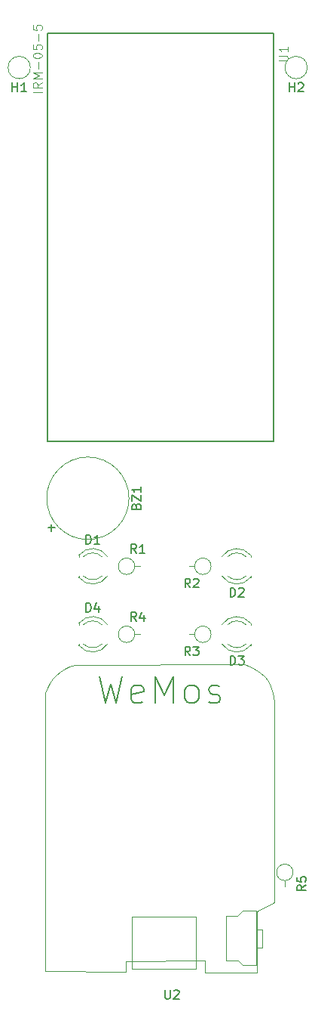
<source format=gbr>
G04 #@! TF.GenerationSoftware,KiCad,Pcbnew,(5.0.0)*
G04 #@! TF.CreationDate,2019-02-10T16:52:56+01:00*
G04 #@! TF.ProjectId,MrReflow,4D725265666C6F772E6B696361645F70,rev?*
G04 #@! TF.SameCoordinates,Original*
G04 #@! TF.FileFunction,Legend,Top*
G04 #@! TF.FilePolarity,Positive*
%FSLAX46Y46*%
G04 Gerber Fmt 4.6, Leading zero omitted, Abs format (unit mm)*
G04 Created by KiCad (PCBNEW (5.0.0)) date 02/10/19 16:52:56*
%MOMM*%
%LPD*%
G01*
G04 APERTURE LIST*
%ADD10C,0.120000*%
%ADD11C,0.127000*%
%ADD12C,0.100000*%
%ADD13C,0.150000*%
%ADD14C,0.050000*%
G04 APERTURE END LIST*
D10*
G04 #@! TO.C,H2*
X180321000Y-40640000D02*
G75*
G03X180321000Y-40640000I-1251000J0D01*
G01*
G04 #@! TO.C,H1*
X149206000Y-40640000D02*
G75*
G03X149206000Y-40640000I-1251000J0D01*
G01*
D11*
G04 #@! TO.C,U1*
X151130000Y-36840000D02*
X176530000Y-36840000D01*
X176530000Y-36840000D02*
X176530000Y-82540000D01*
X176530000Y-82540000D02*
X151130000Y-82540000D01*
X151130000Y-82540000D02*
X151130000Y-36840000D01*
D10*
G04 #@! TO.C,BZ1*
X160290000Y-88900000D02*
G75*
G03X160290000Y-88900000I-4620000J0D01*
G01*
G04 #@! TO.C,D4*
X154650000Y-105220000D02*
X154650000Y-105376000D01*
X154650000Y-102904000D02*
X154650000Y-103060000D01*
X157251130Y-105219837D02*
G75*
G02X155169039Y-105220000I-1041130J1079837D01*
G01*
X157251130Y-103060163D02*
G75*
G03X155169039Y-103060000I-1041130J-1079837D01*
G01*
X157882335Y-105218608D02*
G75*
G02X154650000Y-105375516I-1672335J1078608D01*
G01*
X157882335Y-103061392D02*
G75*
G03X154650000Y-102904484I-1672335J-1078608D01*
G01*
G04 #@! TO.C,D3*
X170733170Y-105218608D02*
G75*
G03X173965505Y-105375516I1672335J1078608D01*
G01*
X170733170Y-103061392D02*
G75*
G02X173965505Y-102904484I1672335J-1078608D01*
G01*
X171364375Y-105219837D02*
G75*
G03X173446466Y-105220000I1041130J1079837D01*
G01*
X171364375Y-103060163D02*
G75*
G02X173446466Y-103060000I1041130J-1079837D01*
G01*
X173965505Y-105376000D02*
X173965505Y-105220000D01*
X173965505Y-103060000D02*
X173965505Y-102904000D01*
G04 #@! TO.C,D2*
X173965505Y-95440000D02*
X173965505Y-95284000D01*
X173965505Y-97756000D02*
X173965505Y-97600000D01*
X171364375Y-95440163D02*
G75*
G02X173446466Y-95440000I1041130J-1079837D01*
G01*
X171364375Y-97599837D02*
G75*
G03X173446466Y-97600000I1041130J1079837D01*
G01*
X170733170Y-95441392D02*
G75*
G02X173965505Y-95284484I1672335J-1078608D01*
G01*
X170733170Y-97598608D02*
G75*
G03X173965505Y-97755516I1672335J1078608D01*
G01*
G04 #@! TO.C,D1*
X157882335Y-95441392D02*
G75*
G03X154650000Y-95284484I-1672335J-1078608D01*
G01*
X157882335Y-97598608D02*
G75*
G02X154650000Y-97755516I-1672335J1078608D01*
G01*
X157251130Y-95440163D02*
G75*
G03X155169039Y-95440000I-1041130J-1079837D01*
G01*
X157251130Y-97599837D02*
G75*
G02X155169039Y-97600000I-1041130J1079837D01*
G01*
X154650000Y-95284000D02*
X154650000Y-95440000D01*
X154650000Y-97600000D02*
X154650000Y-97756000D01*
G04 #@! TO.C,R5*
X178720000Y-130810000D02*
G75*
G03X178720000Y-130810000I-920000J0D01*
G01*
X177800000Y-131730000D02*
X177800000Y-132350000D01*
G04 #@! TO.C,R4*
X160940000Y-104140000D02*
X161560000Y-104140000D01*
X160940000Y-104140000D02*
G75*
G03X160940000Y-104140000I-920000J0D01*
G01*
G04 #@! TO.C,R3*
X169515505Y-104140000D02*
G75*
G03X169515505Y-104140000I-920000J0D01*
G01*
X167675505Y-104140000D02*
X167055505Y-104140000D01*
G04 #@! TO.C,R2*
X167675505Y-96520000D02*
X167055505Y-96520000D01*
X169515505Y-96520000D02*
G75*
G03X169515505Y-96520000I-920000J0D01*
G01*
G04 #@! TO.C,R1*
X160940000Y-96520000D02*
G75*
G03X160940000Y-96520000I-920000J0D01*
G01*
X160940000Y-96520000D02*
X161560000Y-96520000D01*
D12*
G04 #@! TO.C,U2*
X174647472Y-142007228D02*
X168836180Y-142007228D01*
X168836180Y-142007228D02*
X168809849Y-140723795D01*
X168809849Y-140723795D02*
X159978627Y-140730483D01*
X159978627Y-140730483D02*
X159980603Y-141932736D01*
X159980603Y-141932736D02*
X150899807Y-141906658D01*
X150899807Y-141906658D02*
X150913805Y-110736507D01*
X150913805Y-110736507D02*
X151146616Y-110133714D01*
X151146616Y-110133714D02*
X151430099Y-109588833D01*
X151430099Y-109588833D02*
X151764747Y-109102423D01*
X151764747Y-109102423D02*
X152151047Y-108675048D01*
X152151047Y-108675048D02*
X152589488Y-108307259D01*
X152589488Y-108307259D02*
X153080560Y-107999623D01*
X153080560Y-107999623D02*
X153624750Y-107752690D01*
X153624750Y-107752690D02*
X154222547Y-107567024D01*
X154222547Y-107567024D02*
X173260460Y-107538266D01*
X173260460Y-107538266D02*
X173879824Y-107772259D01*
X173879824Y-107772259D02*
X174468018Y-108056742D01*
X174468018Y-108056742D02*
X175011445Y-108406257D01*
X175011445Y-108406257D02*
X175496503Y-108835342D01*
X175496503Y-108835342D02*
X175909595Y-109358540D01*
X175909595Y-109358540D02*
X176237122Y-109990387D01*
X176237122Y-109990387D02*
X176465482Y-110745425D01*
X176465482Y-110745425D02*
X176581078Y-111638193D01*
X176581078Y-111638193D02*
X176606026Y-134193285D01*
X176606026Y-134193285D02*
X174662480Y-135154181D01*
X174662480Y-135154181D02*
X174632686Y-141962524D01*
X160650350Y-135781451D02*
X167789931Y-135781451D01*
X167789931Y-135781451D02*
X167789931Y-141595188D01*
X167789931Y-141595188D02*
X160650350Y-141595188D01*
X160650350Y-141595188D02*
X160650350Y-135781451D01*
X174573600Y-135132349D02*
X173021378Y-135132349D01*
X173021378Y-135132349D02*
X172492211Y-135661515D01*
X172492211Y-135661515D02*
X171239850Y-135661515D01*
X171239850Y-135661515D02*
X171239850Y-140723876D01*
X171239850Y-140723876D02*
X172527489Y-140723876D01*
X172527489Y-140723876D02*
X173056656Y-141217765D01*
X173056656Y-141217765D02*
X174626517Y-141217765D01*
X174626517Y-141217765D02*
X174573600Y-135132349D01*
X174608878Y-137213738D02*
X175261517Y-137213738D01*
X175261517Y-137213738D02*
X175261517Y-139206932D01*
X175261517Y-139206932D02*
X174644156Y-139206932D01*
G04 #@! TO.C,H2*
D13*
X178308095Y-43342380D02*
X178308095Y-42342380D01*
X178308095Y-42818571D02*
X178879523Y-42818571D01*
X178879523Y-43342380D02*
X178879523Y-42342380D01*
X179308095Y-42437619D02*
X179355714Y-42390000D01*
X179450952Y-42342380D01*
X179689047Y-42342380D01*
X179784285Y-42390000D01*
X179831904Y-42437619D01*
X179879523Y-42532857D01*
X179879523Y-42628095D01*
X179831904Y-42770952D01*
X179260476Y-43342380D01*
X179879523Y-43342380D01*
G04 #@! TO.C,H1*
X147193095Y-43342380D02*
X147193095Y-42342380D01*
X147193095Y-42818571D02*
X147764523Y-42818571D01*
X147764523Y-43342380D02*
X147764523Y-42342380D01*
X148764523Y-43342380D02*
X148193095Y-43342380D01*
X148478809Y-43342380D02*
X148478809Y-42342380D01*
X148383571Y-42485238D01*
X148288333Y-42580476D01*
X148193095Y-42628095D01*
G04 #@! TO.C,U1*
D14*
X177131311Y-39871197D02*
X177941677Y-39871197D01*
X178037014Y-39823528D01*
X178084682Y-39775860D01*
X178132351Y-39680522D01*
X178132351Y-39489848D01*
X178084682Y-39394511D01*
X178037014Y-39346842D01*
X177941677Y-39299174D01*
X177131311Y-39299174D01*
X178132351Y-38298134D02*
X178132351Y-38870157D01*
X178132351Y-38584145D02*
X177131311Y-38584145D01*
X177274317Y-38679482D01*
X177369654Y-38774819D01*
X177417322Y-38870157D01*
X150502001Y-43384394D02*
X149500851Y-43384394D01*
X150502001Y-42335570D02*
X150025263Y-42669286D01*
X150502001Y-42907655D02*
X149500851Y-42907655D01*
X149500851Y-42526265D01*
X149548524Y-42430917D01*
X149596198Y-42383244D01*
X149691546Y-42335570D01*
X149834567Y-42335570D01*
X149929915Y-42383244D01*
X149977589Y-42430917D01*
X150025263Y-42526265D01*
X150025263Y-42907655D01*
X150502001Y-41906505D02*
X149500851Y-41906505D01*
X150215958Y-41572789D01*
X149500851Y-41239072D01*
X150502001Y-41239072D01*
X150120610Y-40762334D02*
X150120610Y-39999553D01*
X149500851Y-39332120D02*
X149500851Y-39236772D01*
X149548525Y-39141424D01*
X149596198Y-39093751D01*
X149691546Y-39046077D01*
X149882241Y-38998403D01*
X150120610Y-38998403D01*
X150311305Y-39046077D01*
X150406653Y-39093751D01*
X150454327Y-39141424D01*
X150502001Y-39236772D01*
X150502001Y-39332120D01*
X150454327Y-39427467D01*
X150406653Y-39475141D01*
X150311305Y-39522815D01*
X150120610Y-39570489D01*
X149882241Y-39570489D01*
X149691546Y-39522815D01*
X149596198Y-39475141D01*
X149548525Y-39427467D01*
X149500851Y-39332120D01*
X149500851Y-38092601D02*
X149500851Y-38569339D01*
X149977589Y-38617013D01*
X149929915Y-38569339D01*
X149882241Y-38473991D01*
X149882241Y-38235622D01*
X149929915Y-38140274D01*
X149977589Y-38092601D01*
X150072936Y-38044927D01*
X150311305Y-38044927D01*
X150406653Y-38092601D01*
X150454327Y-38140274D01*
X150502001Y-38235622D01*
X150502001Y-38473991D01*
X150454327Y-38569339D01*
X150406653Y-38617013D01*
X150120610Y-37615863D02*
X150120610Y-36853082D01*
X149500851Y-35899605D02*
X149500851Y-36376344D01*
X149977589Y-36424017D01*
X149929915Y-36376344D01*
X149882241Y-36280996D01*
X149882241Y-36042627D01*
X149929915Y-35947279D01*
X149977589Y-35899605D01*
X150072936Y-35851932D01*
X150311305Y-35851932D01*
X150406653Y-35899605D01*
X150454327Y-35947279D01*
X150502001Y-36042627D01*
X150502001Y-36280996D01*
X150454327Y-36376344D01*
X150406653Y-36424017D01*
G04 #@! TO.C,BZ1*
D13*
X161098571Y-89780952D02*
X161146190Y-89638095D01*
X161193809Y-89590476D01*
X161289047Y-89542857D01*
X161431904Y-89542857D01*
X161527142Y-89590476D01*
X161574761Y-89638095D01*
X161622380Y-89733333D01*
X161622380Y-90114285D01*
X160622380Y-90114285D01*
X160622380Y-89780952D01*
X160669999Y-89685714D01*
X160717619Y-89638095D01*
X160812857Y-89590476D01*
X160908095Y-89590476D01*
X161003333Y-89638095D01*
X161050952Y-89685714D01*
X161098571Y-89780952D01*
X161098571Y-90114285D01*
X160622380Y-89209523D02*
X160622380Y-88542857D01*
X161622380Y-89209523D01*
X161622380Y-88542857D01*
X161622380Y-87638095D02*
X161622380Y-88209523D01*
X161622380Y-87923809D02*
X160622380Y-87923809D01*
X160765238Y-88019047D01*
X160860476Y-88114285D01*
X160908095Y-88209523D01*
X151561428Y-92580952D02*
X151561428Y-91819047D01*
X151942380Y-92199999D02*
X151180476Y-92199999D01*
G04 #@! TO.C,D4*
X155471904Y-101632380D02*
X155471904Y-100632380D01*
X155709999Y-100632380D01*
X155852857Y-100680000D01*
X155948095Y-100775238D01*
X155995714Y-100870476D01*
X156043333Y-101060952D01*
X156043333Y-101203809D01*
X155995714Y-101394285D01*
X155948095Y-101489523D01*
X155852857Y-101584761D01*
X155709999Y-101632380D01*
X155471904Y-101632380D01*
X156900476Y-100965714D02*
X156900476Y-101632380D01*
X156662380Y-100584761D02*
X156424285Y-101299047D01*
X157043333Y-101299047D01*
G04 #@! TO.C,D3*
X171667409Y-107552380D02*
X171667409Y-106552380D01*
X171905504Y-106552380D01*
X172048362Y-106600000D01*
X172143600Y-106695238D01*
X172191219Y-106790476D01*
X172238838Y-106980952D01*
X172238838Y-107123809D01*
X172191219Y-107314285D01*
X172143600Y-107409523D01*
X172048362Y-107504761D01*
X171905504Y-107552380D01*
X171667409Y-107552380D01*
X172572171Y-106552380D02*
X173191219Y-106552380D01*
X172857885Y-106933333D01*
X173000743Y-106933333D01*
X173095981Y-106980952D01*
X173143600Y-107028571D01*
X173191219Y-107123809D01*
X173191219Y-107361904D01*
X173143600Y-107457142D01*
X173095981Y-107504761D01*
X173000743Y-107552380D01*
X172715028Y-107552380D01*
X172619790Y-107504761D01*
X172572171Y-107457142D01*
G04 #@! TO.C,D2*
X171667409Y-99932380D02*
X171667409Y-98932380D01*
X171905504Y-98932380D01*
X172048362Y-98980000D01*
X172143600Y-99075238D01*
X172191219Y-99170476D01*
X172238838Y-99360952D01*
X172238838Y-99503809D01*
X172191219Y-99694285D01*
X172143600Y-99789523D01*
X172048362Y-99884761D01*
X171905504Y-99932380D01*
X171667409Y-99932380D01*
X172619790Y-99027619D02*
X172667409Y-98980000D01*
X172762647Y-98932380D01*
X173000743Y-98932380D01*
X173095981Y-98980000D01*
X173143600Y-99027619D01*
X173191219Y-99122857D01*
X173191219Y-99218095D01*
X173143600Y-99360952D01*
X172572171Y-99932380D01*
X173191219Y-99932380D01*
G04 #@! TO.C,D1*
X155471904Y-94012380D02*
X155471904Y-93012380D01*
X155709999Y-93012380D01*
X155852857Y-93060000D01*
X155948095Y-93155238D01*
X155995714Y-93250476D01*
X156043333Y-93440952D01*
X156043333Y-93583809D01*
X155995714Y-93774285D01*
X155948095Y-93869523D01*
X155852857Y-93964761D01*
X155709999Y-94012380D01*
X155471904Y-94012380D01*
X156995714Y-94012380D02*
X156424285Y-94012380D01*
X156709999Y-94012380D02*
X156709999Y-93012380D01*
X156614761Y-93155238D01*
X156519523Y-93250476D01*
X156424285Y-93298095D01*
G04 #@! TO.C,R5*
X180172380Y-132246666D02*
X179696190Y-132580000D01*
X180172380Y-132818095D02*
X179172380Y-132818095D01*
X179172380Y-132437142D01*
X179219999Y-132341904D01*
X179267619Y-132294285D01*
X179362857Y-132246666D01*
X179505714Y-132246666D01*
X179600952Y-132294285D01*
X179648571Y-132341904D01*
X179696190Y-132437142D01*
X179696190Y-132818095D01*
X179172380Y-131341904D02*
X179172380Y-131818095D01*
X179648571Y-131865714D01*
X179600952Y-131818095D01*
X179553333Y-131722857D01*
X179553333Y-131484761D01*
X179600952Y-131389523D01*
X179648571Y-131341904D01*
X179743809Y-131294285D01*
X179981904Y-131294285D01*
X180077142Y-131341904D01*
X180124761Y-131389523D01*
X180172380Y-131484761D01*
X180172380Y-131722857D01*
X180124761Y-131818095D01*
X180077142Y-131865714D01*
G04 #@! TO.C,R4*
X161123333Y-102672380D02*
X160789999Y-102196190D01*
X160551904Y-102672380D02*
X160551904Y-101672380D01*
X160932857Y-101672380D01*
X161028095Y-101720000D01*
X161075714Y-101767619D01*
X161123333Y-101862857D01*
X161123333Y-102005714D01*
X161075714Y-102100952D01*
X161028095Y-102148571D01*
X160932857Y-102196190D01*
X160551904Y-102196190D01*
X161980476Y-102005714D02*
X161980476Y-102672380D01*
X161742380Y-101624761D02*
X161504285Y-102339047D01*
X162123333Y-102339047D01*
G04 #@! TO.C,R3*
X167158838Y-106512380D02*
X166825504Y-106036190D01*
X166587409Y-106512380D02*
X166587409Y-105512380D01*
X166968362Y-105512380D01*
X167063600Y-105560000D01*
X167111219Y-105607619D01*
X167158838Y-105702857D01*
X167158838Y-105845714D01*
X167111219Y-105940952D01*
X167063600Y-105988571D01*
X166968362Y-106036190D01*
X166587409Y-106036190D01*
X167492171Y-105512380D02*
X168111219Y-105512380D01*
X167777885Y-105893333D01*
X167920743Y-105893333D01*
X168015981Y-105940952D01*
X168063600Y-105988571D01*
X168111219Y-106083809D01*
X168111219Y-106321904D01*
X168063600Y-106417142D01*
X168015981Y-106464761D01*
X167920743Y-106512380D01*
X167635028Y-106512380D01*
X167539790Y-106464761D01*
X167492171Y-106417142D01*
G04 #@! TO.C,R2*
X167158838Y-98892380D02*
X166825504Y-98416190D01*
X166587409Y-98892380D02*
X166587409Y-97892380D01*
X166968362Y-97892380D01*
X167063600Y-97940000D01*
X167111219Y-97987619D01*
X167158838Y-98082857D01*
X167158838Y-98225714D01*
X167111219Y-98320952D01*
X167063600Y-98368571D01*
X166968362Y-98416190D01*
X166587409Y-98416190D01*
X167539790Y-97987619D02*
X167587409Y-97940000D01*
X167682647Y-97892380D01*
X167920743Y-97892380D01*
X168015981Y-97940000D01*
X168063600Y-97987619D01*
X168111219Y-98082857D01*
X168111219Y-98178095D01*
X168063600Y-98320952D01*
X167492171Y-98892380D01*
X168111219Y-98892380D01*
G04 #@! TO.C,R1*
X161123333Y-95052380D02*
X160789999Y-94576190D01*
X160551904Y-95052380D02*
X160551904Y-94052380D01*
X160932857Y-94052380D01*
X161028095Y-94100000D01*
X161075714Y-94147619D01*
X161123333Y-94242857D01*
X161123333Y-94385714D01*
X161075714Y-94480952D01*
X161028095Y-94528571D01*
X160932857Y-94576190D01*
X160551904Y-94576190D01*
X162075714Y-95052380D02*
X161504285Y-95052380D01*
X161789999Y-95052380D02*
X161789999Y-94052380D01*
X161694761Y-94195238D01*
X161599523Y-94290476D01*
X161504285Y-94338095D01*
G04 #@! TO.C,U2*
X164338095Y-143992380D02*
X164338095Y-144801904D01*
X164385714Y-144897142D01*
X164433333Y-144944761D01*
X164528571Y-144992380D01*
X164719047Y-144992380D01*
X164814285Y-144944761D01*
X164861904Y-144897142D01*
X164909523Y-144801904D01*
X164909523Y-143992380D01*
X165338095Y-144087619D02*
X165385714Y-144040000D01*
X165480952Y-143992380D01*
X165719047Y-143992380D01*
X165814285Y-144040000D01*
X165861904Y-144087619D01*
X165909523Y-144182857D01*
X165909523Y-144278095D01*
X165861904Y-144420952D01*
X165290476Y-144992380D01*
X165909523Y-144992380D01*
X156972857Y-108847142D02*
X157687142Y-111847142D01*
X158258571Y-109704285D01*
X158829999Y-111847142D01*
X159544285Y-108847142D01*
X161829999Y-111704285D02*
X161544285Y-111847142D01*
X160972857Y-111847142D01*
X160687142Y-111704285D01*
X160544285Y-111418571D01*
X160544285Y-110275714D01*
X160687142Y-109990000D01*
X160972857Y-109847142D01*
X161544285Y-109847142D01*
X161829999Y-109990000D01*
X161972857Y-110275714D01*
X161972857Y-110561428D01*
X160544285Y-110847142D01*
X163258571Y-111847142D02*
X163258571Y-108847142D01*
X164258571Y-110990000D01*
X165258571Y-108847142D01*
X165258571Y-111847142D01*
X167115714Y-111847142D02*
X166829999Y-111704285D01*
X166687142Y-111561428D01*
X166544285Y-111275714D01*
X166544285Y-110418571D01*
X166687142Y-110132857D01*
X166829999Y-109990000D01*
X167115714Y-109847142D01*
X167544285Y-109847142D01*
X167829999Y-109990000D01*
X167972857Y-110132857D01*
X168115714Y-110418571D01*
X168115714Y-111275714D01*
X167972857Y-111561428D01*
X167829999Y-111704285D01*
X167544285Y-111847142D01*
X167115714Y-111847142D01*
X169258571Y-111704285D02*
X169544285Y-111847142D01*
X170115714Y-111847142D01*
X170401428Y-111704285D01*
X170544285Y-111418571D01*
X170544285Y-111275714D01*
X170401428Y-110990000D01*
X170115714Y-110847142D01*
X169687142Y-110847142D01*
X169401428Y-110704285D01*
X169258571Y-110418571D01*
X169258571Y-110275714D01*
X169401428Y-109990000D01*
X169687142Y-109847142D01*
X170115714Y-109847142D01*
X170401428Y-109990000D01*
G04 #@! TD*
M02*

</source>
